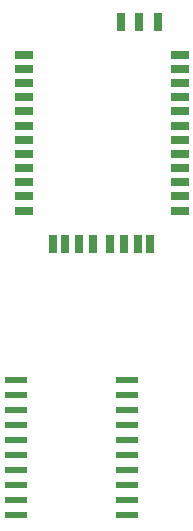
<source format=gtp>
G75*
G70*
%OFA0B0*%
%FSLAX24Y24*%
%IPPOS*%
%LPD*%
%AMOC8*
5,1,8,0,0,1.08239X$1,22.5*
%
%ADD10R,0.0630X0.0315*%
%ADD11R,0.0315X0.0630*%
%ADD12R,0.0780X0.0209*%
D10*
X015002Y018502D03*
X015002Y018975D03*
X015002Y019447D03*
X015002Y019920D03*
X015002Y020392D03*
X015002Y020865D03*
X015002Y021337D03*
X015002Y021809D03*
X015002Y022282D03*
X015002Y022754D03*
X015002Y023227D03*
X015002Y023699D03*
X020199Y023699D03*
X020199Y023227D03*
X020199Y022754D03*
X020199Y022282D03*
X020199Y021809D03*
X020199Y021337D03*
X020199Y020865D03*
X020199Y020392D03*
X020199Y019920D03*
X020199Y019447D03*
X020199Y018975D03*
X020199Y018502D03*
D11*
X019224Y017400D03*
X018821Y017400D03*
X018349Y017400D03*
X017876Y017400D03*
X017325Y017400D03*
X016853Y017400D03*
X016380Y017400D03*
X015978Y017400D03*
X018231Y024802D03*
X018861Y024802D03*
X019491Y024802D03*
D12*
X014756Y008351D03*
X014756Y008851D03*
X014756Y009351D03*
X014756Y009851D03*
X014756Y010351D03*
X014756Y010851D03*
X014756Y011351D03*
X014756Y011851D03*
X014756Y012351D03*
X014756Y012851D03*
X018445Y012851D03*
X018445Y012351D03*
X018445Y011851D03*
X018445Y011351D03*
X018445Y010851D03*
X018445Y010351D03*
X018445Y009851D03*
X018445Y009351D03*
X018445Y008851D03*
X018445Y008351D03*
M02*

</source>
